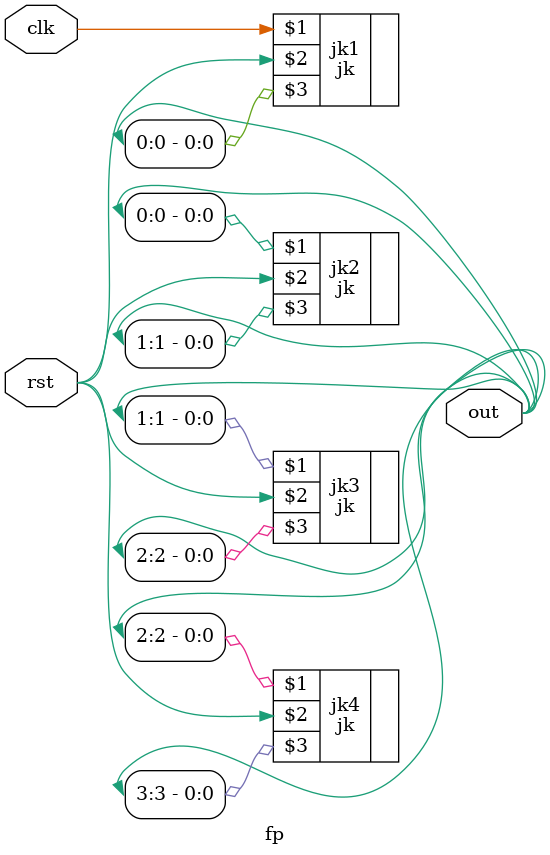
<source format=v>
module fp(clk,rst,out);
input clk,rst;
output [3:0] out;

jk     jk1(clk,rst,out[0]),
		 jk2(out[0],rst,out[1]),
		 jk3(out[1],rst,out[2]),
		 jk4(out[2],rst,out[3]);

endmodule
</source>
